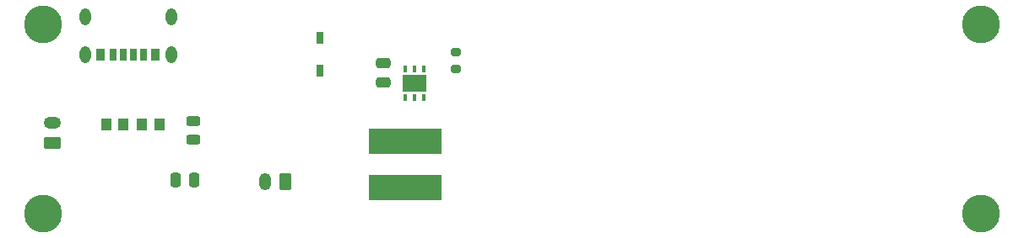
<source format=gbr>
%TF.GenerationSoftware,KiCad,Pcbnew,7.0.10-1.fc38*%
%TF.CreationDate,2024-02-26T14:13:32+00:00*%
%TF.ProjectId,desk-light,6465736b-2d6c-4696-9768-742e6b696361,rev?*%
%TF.SameCoordinates,Original*%
%TF.FileFunction,Soldermask,Top*%
%TF.FilePolarity,Negative*%
%FSLAX46Y46*%
G04 Gerber Fmt 4.6, Leading zero omitted, Abs format (unit mm)*
G04 Created by KiCad (PCBNEW 7.0.10-1.fc38) date 2024-02-26 14:13:32*
%MOMM*%
%LPD*%
G01*
G04 APERTURE LIST*
G04 Aperture macros list*
%AMRoundRect*
0 Rectangle with rounded corners*
0 $1 Rounding radius*
0 $2 $3 $4 $5 $6 $7 $8 $9 X,Y pos of 4 corners*
0 Add a 4 corners polygon primitive as box body*
4,1,4,$2,$3,$4,$5,$6,$7,$8,$9,$2,$3,0*
0 Add four circle primitives for the rounded corners*
1,1,$1+$1,$2,$3*
1,1,$1+$1,$4,$5*
1,1,$1+$1,$6,$7*
1,1,$1+$1,$8,$9*
0 Add four rect primitives between the rounded corners*
20,1,$1+$1,$2,$3,$4,$5,0*
20,1,$1+$1,$4,$5,$6,$7,0*
20,1,$1+$1,$6,$7,$8,$9,0*
20,1,$1+$1,$8,$9,$2,$3,0*%
G04 Aperture macros list end*
%ADD10RoundRect,0.250000X0.625000X-0.350000X0.625000X0.350000X-0.625000X0.350000X-0.625000X-0.350000X0*%
%ADD11O,1.750000X1.200000*%
%ADD12RoundRect,0.250000X0.350000X0.625000X-0.350000X0.625000X-0.350000X-0.625000X0.350000X-0.625000X0*%
%ADD13O,1.200000X1.750000*%
%ADD14R,0.406400X0.762000*%
%ADD15R,2.438400X1.676400*%
%ADD16RoundRect,0.200000X0.275000X-0.200000X0.275000X0.200000X-0.275000X0.200000X-0.275000X-0.200000X0*%
%ADD17R,1.005599X1.199998*%
%ADD18R,7.289800X2.590800*%
%ADD19R,0.812800X1.193800*%
%ADD20R,0.762000X1.193800*%
%ADD21R,0.711200X1.193800*%
%ADD22C,0.762000*%
%ADD23O,1.117600X1.701800*%
%ADD24C,3.800000*%
%ADD25RoundRect,0.243750X-0.456250X0.243750X-0.456250X-0.243750X0.456250X-0.243750X0.456250X0.243750X0*%
%ADD26R,0.762000X1.219200*%
%ADD27RoundRect,0.250000X-0.475000X0.250000X-0.475000X-0.250000X0.475000X-0.250000X0.475000X0.250000X0*%
%ADD28RoundRect,0.250000X0.250000X0.475000X-0.250000X0.475000X-0.250000X-0.475000X0.250000X-0.475000X0*%
G04 APERTURE END LIST*
D10*
%TO.C,J2*%
X103900000Y-114880000D03*
D11*
X103900000Y-112880000D03*
%TD*%
D12*
%TO.C,J3*%
X127230000Y-118810000D03*
D13*
X125230000Y-118810000D03*
%TD*%
D14*
%TO.C,U1*%
X139269998Y-110350000D03*
X140219999Y-110350000D03*
X141170000Y-110350000D03*
X141170000Y-107454400D03*
X140219999Y-107454400D03*
X139269998Y-107454400D03*
D15*
X140219999Y-108902200D03*
%TD*%
D16*
%TO.C,R3*%
X144380000Y-107430000D03*
X144380000Y-105780000D03*
%TD*%
D17*
%TO.C,R2*%
X109314403Y-113000006D03*
X111020001Y-113000006D03*
%TD*%
%TO.C,R1*%
X114625599Y-113000006D03*
X112920001Y-113000006D03*
%TD*%
D18*
%TO.C,L1*%
X139280000Y-114710000D03*
X139280000Y-119409000D03*
%TD*%
D19*
%TO.C,J1*%
X114269993Y-106010006D03*
D20*
X113039995Y-106010006D03*
D21*
X112019997Y-106010006D03*
X111019999Y-106010006D03*
D20*
X110000001Y-106010006D03*
D19*
X108770003Y-106010006D03*
D22*
X115840000Y-102210000D03*
D23*
X115840000Y-102210000D03*
X115840000Y-106010000D03*
X107199996Y-106010000D03*
X107199996Y-102210000D03*
%TD*%
D24*
%TO.C,H4*%
X197000000Y-122000000D03*
%TD*%
%TO.C,H3*%
X197000000Y-103000000D03*
%TD*%
%TO.C,H2*%
X103000000Y-122000000D03*
%TD*%
%TO.C,H1*%
X103000000Y-103000000D03*
%TD*%
D25*
%TO.C,F1*%
X118040001Y-112715006D03*
X118040001Y-114590006D03*
%TD*%
D26*
%TO.C,D1*%
X130750000Y-107636400D03*
X130750000Y-104283600D03*
%TD*%
D27*
%TO.C,C2*%
X137060000Y-106890000D03*
X137060000Y-108790000D03*
%TD*%
D28*
%TO.C,C1*%
X118130001Y-118670006D03*
X116230001Y-118670006D03*
%TD*%
M02*

</source>
